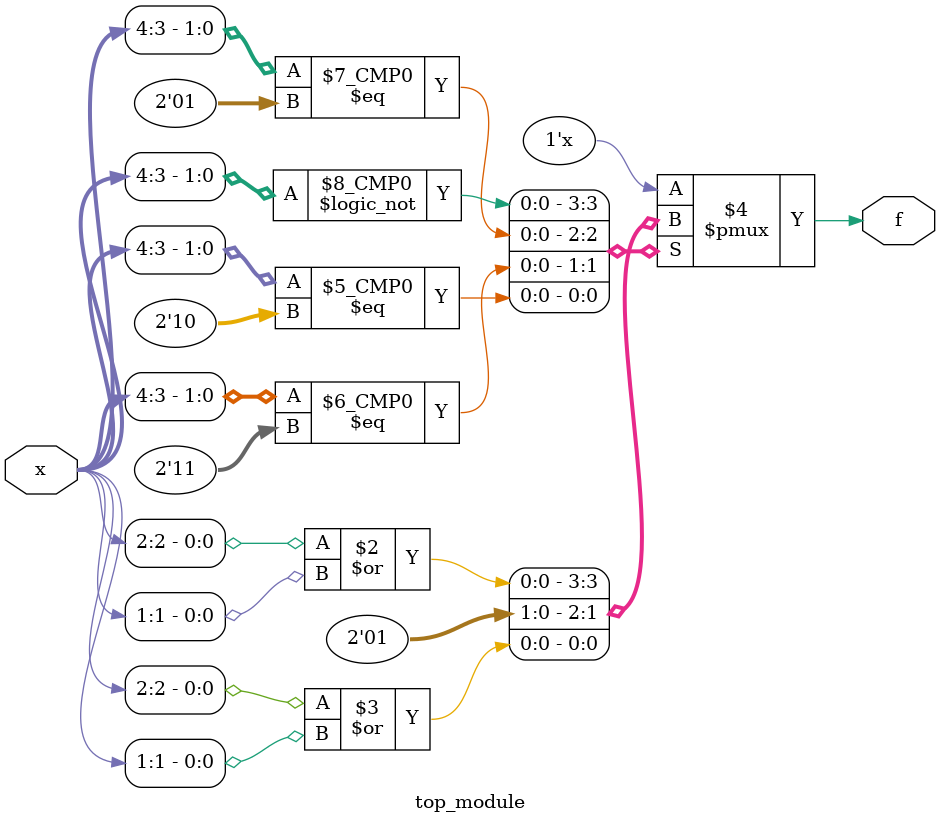
<source format=sv>
module top_module (
    input [4:1] x,
    output logic f
);

always_comb begin
    case (x[4:3])
        2'b00: f = x[2] | x[1];
        2'b01: f = 1'b0;
        2'b11: f = 1'b1;
        2'b10: f = x[2] | x[1];
        default: f = 1'b0;
    endcase
end

endmodule

</source>
